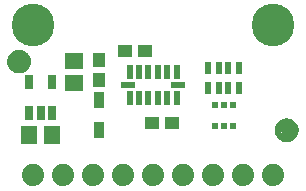
<source format=gbr>
G04 EAGLE Gerber RS-274X export*
G75*
%MOMM*%
%FSLAX34Y34*%
%LPD*%
%INSoldermask Top*%
%IPPOS*%
%AMOC8*
5,1,8,0,0,1.08239X$1,22.5*%
G01*
%ADD10C,1.101600*%
%ADD11C,0.500000*%
%ADD12C,3.617600*%
%ADD13R,0.651600X1.301600*%
%ADD14R,0.901600X1.451600*%
%ADD15R,0.601600X1.301600*%
%ADD16R,1.301600X0.601600*%
%ADD17R,1.101600X1.176600*%
%ADD18R,1.176600X1.101600*%
%ADD19R,1.341600X1.601600*%
%ADD20R,1.601600X1.341600*%
%ADD21C,1.879600*%
%ADD22R,0.551600X1.001600*%
%ADD23R,0.601600X0.601600*%
%ADD24R,0.501600X0.601600*%


D10*
X13462Y121666D03*
D11*
X13462Y129166D02*
X13281Y129164D01*
X13100Y129157D01*
X12919Y129146D01*
X12738Y129131D01*
X12558Y129111D01*
X12378Y129087D01*
X12199Y129059D01*
X12021Y129026D01*
X11844Y128989D01*
X11667Y128948D01*
X11492Y128903D01*
X11317Y128853D01*
X11144Y128799D01*
X10973Y128741D01*
X10802Y128679D01*
X10634Y128612D01*
X10467Y128542D01*
X10301Y128468D01*
X10138Y128389D01*
X9977Y128307D01*
X9817Y128221D01*
X9660Y128131D01*
X9505Y128037D01*
X9352Y127940D01*
X9202Y127838D01*
X9054Y127734D01*
X8908Y127625D01*
X8766Y127514D01*
X8626Y127398D01*
X8489Y127280D01*
X8354Y127158D01*
X8223Y127033D01*
X8095Y126905D01*
X7970Y126774D01*
X7848Y126639D01*
X7730Y126502D01*
X7614Y126362D01*
X7503Y126220D01*
X7394Y126074D01*
X7290Y125926D01*
X7188Y125776D01*
X7091Y125623D01*
X6997Y125468D01*
X6907Y125311D01*
X6821Y125151D01*
X6739Y124990D01*
X6660Y124827D01*
X6586Y124661D01*
X6516Y124494D01*
X6449Y124326D01*
X6387Y124155D01*
X6329Y123984D01*
X6275Y123811D01*
X6225Y123636D01*
X6180Y123461D01*
X6139Y123284D01*
X6102Y123107D01*
X6069Y122929D01*
X6041Y122750D01*
X6017Y122570D01*
X5997Y122390D01*
X5982Y122209D01*
X5971Y122028D01*
X5964Y121847D01*
X5962Y121666D01*
X13462Y129166D02*
X13643Y129164D01*
X13824Y129157D01*
X14005Y129146D01*
X14186Y129131D01*
X14366Y129111D01*
X14546Y129087D01*
X14725Y129059D01*
X14903Y129026D01*
X15080Y128989D01*
X15257Y128948D01*
X15432Y128903D01*
X15607Y128853D01*
X15780Y128799D01*
X15951Y128741D01*
X16122Y128679D01*
X16290Y128612D01*
X16457Y128542D01*
X16623Y128468D01*
X16786Y128389D01*
X16947Y128307D01*
X17107Y128221D01*
X17264Y128131D01*
X17419Y128037D01*
X17572Y127940D01*
X17722Y127838D01*
X17870Y127734D01*
X18016Y127625D01*
X18158Y127514D01*
X18298Y127398D01*
X18435Y127280D01*
X18570Y127158D01*
X18701Y127033D01*
X18829Y126905D01*
X18954Y126774D01*
X19076Y126639D01*
X19194Y126502D01*
X19310Y126362D01*
X19421Y126220D01*
X19530Y126074D01*
X19634Y125926D01*
X19736Y125776D01*
X19833Y125623D01*
X19927Y125468D01*
X20017Y125311D01*
X20103Y125151D01*
X20185Y124990D01*
X20264Y124827D01*
X20338Y124661D01*
X20408Y124494D01*
X20475Y124326D01*
X20537Y124155D01*
X20595Y123984D01*
X20649Y123811D01*
X20699Y123636D01*
X20744Y123461D01*
X20785Y123284D01*
X20822Y123107D01*
X20855Y122929D01*
X20883Y122750D01*
X20907Y122570D01*
X20927Y122390D01*
X20942Y122209D01*
X20953Y122028D01*
X20960Y121847D01*
X20962Y121666D01*
X20960Y121485D01*
X20953Y121304D01*
X20942Y121123D01*
X20927Y120942D01*
X20907Y120762D01*
X20883Y120582D01*
X20855Y120403D01*
X20822Y120225D01*
X20785Y120048D01*
X20744Y119871D01*
X20699Y119696D01*
X20649Y119521D01*
X20595Y119348D01*
X20537Y119177D01*
X20475Y119006D01*
X20408Y118838D01*
X20338Y118671D01*
X20264Y118505D01*
X20185Y118342D01*
X20103Y118181D01*
X20017Y118021D01*
X19927Y117864D01*
X19833Y117709D01*
X19736Y117556D01*
X19634Y117406D01*
X19530Y117258D01*
X19421Y117112D01*
X19310Y116970D01*
X19194Y116830D01*
X19076Y116693D01*
X18954Y116558D01*
X18829Y116427D01*
X18701Y116299D01*
X18570Y116174D01*
X18435Y116052D01*
X18298Y115934D01*
X18158Y115818D01*
X18016Y115707D01*
X17870Y115598D01*
X17722Y115494D01*
X17572Y115392D01*
X17419Y115295D01*
X17264Y115201D01*
X17107Y115111D01*
X16947Y115025D01*
X16786Y114943D01*
X16623Y114864D01*
X16457Y114790D01*
X16290Y114720D01*
X16122Y114653D01*
X15951Y114591D01*
X15780Y114533D01*
X15607Y114479D01*
X15432Y114429D01*
X15257Y114384D01*
X15080Y114343D01*
X14903Y114306D01*
X14725Y114273D01*
X14546Y114245D01*
X14366Y114221D01*
X14186Y114201D01*
X14005Y114186D01*
X13824Y114175D01*
X13643Y114168D01*
X13462Y114166D01*
X13281Y114168D01*
X13100Y114175D01*
X12919Y114186D01*
X12738Y114201D01*
X12558Y114221D01*
X12378Y114245D01*
X12199Y114273D01*
X12021Y114306D01*
X11844Y114343D01*
X11667Y114384D01*
X11492Y114429D01*
X11317Y114479D01*
X11144Y114533D01*
X10973Y114591D01*
X10802Y114653D01*
X10634Y114720D01*
X10467Y114790D01*
X10301Y114864D01*
X10138Y114943D01*
X9977Y115025D01*
X9817Y115111D01*
X9660Y115201D01*
X9505Y115295D01*
X9352Y115392D01*
X9202Y115494D01*
X9054Y115598D01*
X8908Y115707D01*
X8766Y115818D01*
X8626Y115934D01*
X8489Y116052D01*
X8354Y116174D01*
X8223Y116299D01*
X8095Y116427D01*
X7970Y116558D01*
X7848Y116693D01*
X7730Y116830D01*
X7614Y116970D01*
X7503Y117112D01*
X7394Y117258D01*
X7290Y117406D01*
X7188Y117556D01*
X7091Y117709D01*
X6997Y117864D01*
X6907Y118021D01*
X6821Y118181D01*
X6739Y118342D01*
X6660Y118505D01*
X6586Y118671D01*
X6516Y118838D01*
X6449Y119006D01*
X6387Y119177D01*
X6329Y119348D01*
X6275Y119521D01*
X6225Y119696D01*
X6180Y119871D01*
X6139Y120048D01*
X6102Y120225D01*
X6069Y120403D01*
X6041Y120582D01*
X6017Y120762D01*
X5997Y120942D01*
X5982Y121123D01*
X5971Y121304D01*
X5964Y121485D01*
X5962Y121666D01*
D10*
X240030Y63500D03*
D11*
X240030Y71000D02*
X239849Y70998D01*
X239668Y70991D01*
X239487Y70980D01*
X239306Y70965D01*
X239126Y70945D01*
X238946Y70921D01*
X238767Y70893D01*
X238589Y70860D01*
X238412Y70823D01*
X238235Y70782D01*
X238060Y70737D01*
X237885Y70687D01*
X237712Y70633D01*
X237541Y70575D01*
X237370Y70513D01*
X237202Y70446D01*
X237035Y70376D01*
X236869Y70302D01*
X236706Y70223D01*
X236545Y70141D01*
X236385Y70055D01*
X236228Y69965D01*
X236073Y69871D01*
X235920Y69774D01*
X235770Y69672D01*
X235622Y69568D01*
X235476Y69459D01*
X235334Y69348D01*
X235194Y69232D01*
X235057Y69114D01*
X234922Y68992D01*
X234791Y68867D01*
X234663Y68739D01*
X234538Y68608D01*
X234416Y68473D01*
X234298Y68336D01*
X234182Y68196D01*
X234071Y68054D01*
X233962Y67908D01*
X233858Y67760D01*
X233756Y67610D01*
X233659Y67457D01*
X233565Y67302D01*
X233475Y67145D01*
X233389Y66985D01*
X233307Y66824D01*
X233228Y66661D01*
X233154Y66495D01*
X233084Y66328D01*
X233017Y66160D01*
X232955Y65989D01*
X232897Y65818D01*
X232843Y65645D01*
X232793Y65470D01*
X232748Y65295D01*
X232707Y65118D01*
X232670Y64941D01*
X232637Y64763D01*
X232609Y64584D01*
X232585Y64404D01*
X232565Y64224D01*
X232550Y64043D01*
X232539Y63862D01*
X232532Y63681D01*
X232530Y63500D01*
X240030Y71000D02*
X240211Y70998D01*
X240392Y70991D01*
X240573Y70980D01*
X240754Y70965D01*
X240934Y70945D01*
X241114Y70921D01*
X241293Y70893D01*
X241471Y70860D01*
X241648Y70823D01*
X241825Y70782D01*
X242000Y70737D01*
X242175Y70687D01*
X242348Y70633D01*
X242519Y70575D01*
X242690Y70513D01*
X242858Y70446D01*
X243025Y70376D01*
X243191Y70302D01*
X243354Y70223D01*
X243515Y70141D01*
X243675Y70055D01*
X243832Y69965D01*
X243987Y69871D01*
X244140Y69774D01*
X244290Y69672D01*
X244438Y69568D01*
X244584Y69459D01*
X244726Y69348D01*
X244866Y69232D01*
X245003Y69114D01*
X245138Y68992D01*
X245269Y68867D01*
X245397Y68739D01*
X245522Y68608D01*
X245644Y68473D01*
X245762Y68336D01*
X245878Y68196D01*
X245989Y68054D01*
X246098Y67908D01*
X246202Y67760D01*
X246304Y67610D01*
X246401Y67457D01*
X246495Y67302D01*
X246585Y67145D01*
X246671Y66985D01*
X246753Y66824D01*
X246832Y66661D01*
X246906Y66495D01*
X246976Y66328D01*
X247043Y66160D01*
X247105Y65989D01*
X247163Y65818D01*
X247217Y65645D01*
X247267Y65470D01*
X247312Y65295D01*
X247353Y65118D01*
X247390Y64941D01*
X247423Y64763D01*
X247451Y64584D01*
X247475Y64404D01*
X247495Y64224D01*
X247510Y64043D01*
X247521Y63862D01*
X247528Y63681D01*
X247530Y63500D01*
X247528Y63319D01*
X247521Y63138D01*
X247510Y62957D01*
X247495Y62776D01*
X247475Y62596D01*
X247451Y62416D01*
X247423Y62237D01*
X247390Y62059D01*
X247353Y61882D01*
X247312Y61705D01*
X247267Y61530D01*
X247217Y61355D01*
X247163Y61182D01*
X247105Y61011D01*
X247043Y60840D01*
X246976Y60672D01*
X246906Y60505D01*
X246832Y60339D01*
X246753Y60176D01*
X246671Y60015D01*
X246585Y59855D01*
X246495Y59698D01*
X246401Y59543D01*
X246304Y59390D01*
X246202Y59240D01*
X246098Y59092D01*
X245989Y58946D01*
X245878Y58804D01*
X245762Y58664D01*
X245644Y58527D01*
X245522Y58392D01*
X245397Y58261D01*
X245269Y58133D01*
X245138Y58008D01*
X245003Y57886D01*
X244866Y57768D01*
X244726Y57652D01*
X244584Y57541D01*
X244438Y57432D01*
X244290Y57328D01*
X244140Y57226D01*
X243987Y57129D01*
X243832Y57035D01*
X243675Y56945D01*
X243515Y56859D01*
X243354Y56777D01*
X243191Y56698D01*
X243025Y56624D01*
X242858Y56554D01*
X242690Y56487D01*
X242519Y56425D01*
X242348Y56367D01*
X242175Y56313D01*
X242000Y56263D01*
X241825Y56218D01*
X241648Y56177D01*
X241471Y56140D01*
X241293Y56107D01*
X241114Y56079D01*
X240934Y56055D01*
X240754Y56035D01*
X240573Y56020D01*
X240392Y56009D01*
X240211Y56002D01*
X240030Y56000D01*
X239849Y56002D01*
X239668Y56009D01*
X239487Y56020D01*
X239306Y56035D01*
X239126Y56055D01*
X238946Y56079D01*
X238767Y56107D01*
X238589Y56140D01*
X238412Y56177D01*
X238235Y56218D01*
X238060Y56263D01*
X237885Y56313D01*
X237712Y56367D01*
X237541Y56425D01*
X237370Y56487D01*
X237202Y56554D01*
X237035Y56624D01*
X236869Y56698D01*
X236706Y56777D01*
X236545Y56859D01*
X236385Y56945D01*
X236228Y57035D01*
X236073Y57129D01*
X235920Y57226D01*
X235770Y57328D01*
X235622Y57432D01*
X235476Y57541D01*
X235334Y57652D01*
X235194Y57768D01*
X235057Y57886D01*
X234922Y58008D01*
X234791Y58133D01*
X234663Y58261D01*
X234538Y58392D01*
X234416Y58527D01*
X234298Y58664D01*
X234182Y58804D01*
X234071Y58946D01*
X233962Y59092D01*
X233858Y59240D01*
X233756Y59390D01*
X233659Y59543D01*
X233565Y59698D01*
X233475Y59855D01*
X233389Y60015D01*
X233307Y60176D01*
X233228Y60339D01*
X233154Y60505D01*
X233084Y60672D01*
X233017Y60840D01*
X232955Y61011D01*
X232897Y61182D01*
X232843Y61355D01*
X232793Y61530D01*
X232748Y61705D01*
X232707Y61882D01*
X232670Y62059D01*
X232637Y62237D01*
X232609Y62416D01*
X232585Y62596D01*
X232565Y62776D01*
X232550Y62957D01*
X232539Y63138D01*
X232532Y63319D01*
X232530Y63500D01*
D12*
X228600Y152400D03*
X25400Y152400D03*
D13*
X22250Y78439D03*
X31750Y78439D03*
X41250Y78439D03*
X41250Y104441D03*
X22250Y104441D03*
D14*
X81280Y63500D03*
X81280Y88900D03*
D15*
X107000Y112600D03*
X115000Y112600D03*
X123000Y112600D03*
X131000Y112600D03*
X139000Y112600D03*
X147000Y112600D03*
D16*
X148000Y101600D03*
D15*
X147000Y90600D03*
X139000Y90600D03*
X131000Y90600D03*
X123000Y90600D03*
X115000Y90600D03*
X107000Y90600D03*
D16*
X106000Y101600D03*
D17*
X81280Y105800D03*
X81280Y122800D03*
D18*
X126120Y69850D03*
X143120Y69850D03*
D19*
X22250Y59690D03*
X41250Y59690D03*
D20*
X59690Y122530D03*
X59690Y103530D03*
D18*
X103260Y130810D03*
X120260Y130810D03*
D21*
X25400Y25400D03*
X50800Y25400D03*
X76200Y25400D03*
X101600Y25400D03*
X127000Y25400D03*
X152400Y25400D03*
X177800Y25400D03*
X203200Y25400D03*
X228600Y25400D03*
D22*
X199690Y99450D03*
X199690Y116450D03*
X190690Y99450D03*
X182690Y99450D03*
X173690Y99450D03*
X173690Y116450D03*
X190690Y116450D03*
X182690Y116450D03*
D23*
X194190Y85200D03*
D24*
X186690Y85200D03*
D23*
X179190Y85200D03*
X179190Y67200D03*
D24*
X186690Y67200D03*
D23*
X194190Y67200D03*
M02*

</source>
